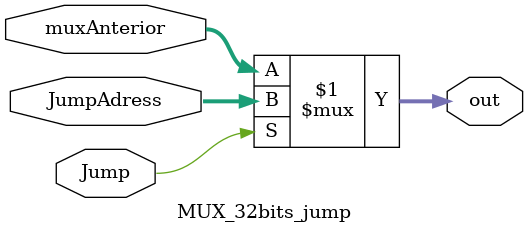
<source format=v>
module MUX_32bits_jump(
    input wire[31:0] JumpAdress,
    input wire[31:0] muxAnterior,
    input wire Jump,
    output wire[31:0] out
);

assign out = Jump ? JumpAdress : muxAnterior;

endmodule
</source>
